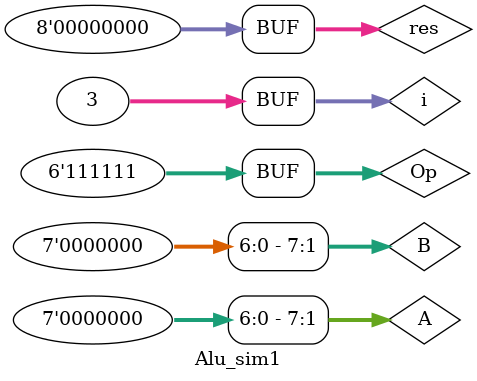
<source format=v>
`timescale 1ns / 1ps

module Alu_sim1;

//local parameters
localparam DATA_LENGTH = 8;
// Inputs
	reg [5:0] Op;
	reg signed [(DATA_LENGTH-1):0] A;
	reg signed [(DATA_LENGTH-1):0] B;
// Outputs
	wire [(DATA_LENGTH-1):0] Resultado;

// Instancio el módulo a testear
	Alu #(.DATA_LENGTH(DATA_LENGTH))
	uut (
		.Op_code(Op),
		.A(A),
		.B(B),
		.Resultado(Resultado)
	);
integer i=0;
	reg signed [(DATA_LENGTH-1):0]res;
	reg assert;
	
	initial begin
// Inicializacion de registros
		Op = 0;
		A = 0;
		B = 0;
		i=0;
		res=0;
		assert=0;
end

always 
begin
for(i=0;i<3;i=i+1)

//Cargo valores random a A y B
        #10;
		A=$random;
		#2;
		B=$random;
		#2;
		
		Op=6'b100000; //ADD
		#10;
		res=A+B;if(res==Resultado)assert=1;else assert=0;
		#10;
		Op=6'b100010; //SUB
		#10;
		res=A-B;if(res==Resultado)assert=1;else assert=0;
		#10;
		Op=6'b100100; //AND
		#10;
		res=A&B;if(res==Resultado)assert=1;else assert=0;
		#10;
		Op=6'b100101; //OR
		#10;
		res=A|B;if(res==Resultado)assert=1;else assert=0;
		#10;
		Op=6'b100110; //XOR
		#10;
		res=A^B;if(res==Resultado)assert=1;else assert=0;
		#10;
		Op=6'b000011; //SRA
		#10;
		res=A>>>B;if(res==Resultado)assert=1;else assert=0;
		#10;
		Op=6'b000010; //SRL
		#10;
		res=A>>B;if(res==Resultado)assert=1;else assert=0;
		#10;
		Op=6'b100111; //NOR
		#10;
		res=~(A|B);if(res==Resultado)assert=1;else assert=0;
		#10;
		Op=6'b111111; //UNDEFINED
		#10;
		res=0;if(res==Resultado)assert=1;else assert=0;
		#10;

	end
      
endmodule
</source>
